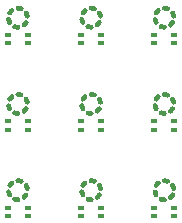
<source format=gtp>
G04 #@! TF.GenerationSoftware,KiCad,Pcbnew,5.0.2-bee76a0~70~ubuntu18.04.1*
G04 #@! TF.CreationDate,2018-12-08T03:46:04+01:00*
G04 #@! TF.ProjectId,simic2matrix_panel_3x3,73696d69-6332-46d6-9174-7269785f7061,rev?*
G04 #@! TF.SameCoordinates,Original*
G04 #@! TF.FileFunction,Paste,Top*
G04 #@! TF.FilePolarity,Positive*
%FSLAX46Y46*%
G04 Gerber Fmt 4.6, Leading zero omitted, Abs format (unit mm)*
G04 Created by KiCad (PCBNEW 5.0.2-bee76a0~70~ubuntu18.04.1) date Sat 08 Dec 2018 03:46:04 CET*
%MOMM*%
%LPD*%
G01*
G04 APERTURE LIST*
%ADD10C,0.450000*%
%ADD11R,0.597600X0.297600*%
G04 APERTURE END LIST*
D10*
G04 #@! TO.C,U2*
X124224674Y-122576453D02*
G75*
G03X124500000Y-122625000I275326J756453D01*
G01*
X125017444Y-122436666D02*
G75*
G03X125197150Y-122222500I-517444J616666D01*
G01*
X125292770Y-121680213D02*
G75*
G03X125197150Y-121417500I-792770J-139787D01*
G01*
X124775326Y-121063547D02*
G75*
G03X124500000Y-121015000I-275326J-756453D01*
G01*
X123982556Y-121203334D02*
G75*
G03X123802850Y-121417500I517444J-616666D01*
G01*
X123707230Y-121959787D02*
G75*
G03X123802850Y-122222500I792770J139787D01*
G01*
X118024674Y-122576453D02*
G75*
G03X118300000Y-122625000I275326J756453D01*
G01*
X118817444Y-122436666D02*
G75*
G03X118997150Y-122222500I-517444J616666D01*
G01*
X119092770Y-121680213D02*
G75*
G03X118997150Y-121417500I-792770J-139787D01*
G01*
X118575326Y-121063547D02*
G75*
G03X118300000Y-121015000I-275326J-756453D01*
G01*
X117782556Y-121203334D02*
G75*
G03X117602850Y-121417500I517444J-616666D01*
G01*
X117507230Y-121959787D02*
G75*
G03X117602850Y-122222500I792770J139787D01*
G01*
X111307230Y-121959787D02*
G75*
G03X111402850Y-122222500I792770J139787D01*
G01*
X111582556Y-121203334D02*
G75*
G03X111402850Y-121417500I517444J-616666D01*
G01*
X112375326Y-121063547D02*
G75*
G03X112100000Y-121015000I-275326J-756453D01*
G01*
X112892770Y-121680213D02*
G75*
G03X112797150Y-121417500I-792770J-139787D01*
G01*
X112617444Y-122436666D02*
G75*
G03X112797150Y-122222500I-517444J616666D01*
G01*
X111824674Y-122576453D02*
G75*
G03X112100000Y-122625000I275326J756453D01*
G01*
X124224674Y-115276453D02*
G75*
G03X124500000Y-115325000I275326J756453D01*
G01*
X125017444Y-115136666D02*
G75*
G03X125197150Y-114922500I-517444J616666D01*
G01*
X125292770Y-114380213D02*
G75*
G03X125197150Y-114117500I-792770J-139787D01*
G01*
X124775326Y-113763547D02*
G75*
G03X124500000Y-113715000I-275326J-756453D01*
G01*
X123982556Y-113903334D02*
G75*
G03X123802850Y-114117500I517444J-616666D01*
G01*
X123707230Y-114659787D02*
G75*
G03X123802850Y-114922500I792770J139787D01*
G01*
X118024674Y-115276453D02*
G75*
G03X118300000Y-115325000I275326J756453D01*
G01*
X118817444Y-115136666D02*
G75*
G03X118997150Y-114922500I-517444J616666D01*
G01*
X119092770Y-114380213D02*
G75*
G03X118997150Y-114117500I-792770J-139787D01*
G01*
X118575326Y-113763547D02*
G75*
G03X118300000Y-113715000I-275326J-756453D01*
G01*
X117782556Y-113903334D02*
G75*
G03X117602850Y-114117500I517444J-616666D01*
G01*
X117507230Y-114659787D02*
G75*
G03X117602850Y-114922500I792770J139787D01*
G01*
X111824674Y-115276453D02*
G75*
G03X112100000Y-115325000I275326J756453D01*
G01*
X112617444Y-115136666D02*
G75*
G03X112797150Y-114922500I-517444J616666D01*
G01*
X112892770Y-114380213D02*
G75*
G03X112797150Y-114117500I-792770J-139787D01*
G01*
X112375326Y-113763547D02*
G75*
G03X112100000Y-113715000I-275326J-756453D01*
G01*
X111582556Y-113903334D02*
G75*
G03X111402850Y-114117500I517444J-616666D01*
G01*
X111307230Y-114659787D02*
G75*
G03X111402850Y-114922500I792770J139787D01*
G01*
X124224674Y-107976453D02*
G75*
G03X124500000Y-108025000I275326J756453D01*
G01*
X125017444Y-107836666D02*
G75*
G03X125197150Y-107622500I-517444J616666D01*
G01*
X125292770Y-107080213D02*
G75*
G03X125197150Y-106817500I-792770J-139787D01*
G01*
X124775326Y-106463547D02*
G75*
G03X124500000Y-106415000I-275326J-756453D01*
G01*
X123982556Y-106603334D02*
G75*
G03X123802850Y-106817500I517444J-616666D01*
G01*
X123707230Y-107359787D02*
G75*
G03X123802850Y-107622500I792770J139787D01*
G01*
X118024674Y-107976453D02*
G75*
G03X118300000Y-108025000I275326J756453D01*
G01*
X118817444Y-107836666D02*
G75*
G03X118997150Y-107622500I-517444J616666D01*
G01*
X119092770Y-107080213D02*
G75*
G03X118997150Y-106817500I-792770J-139787D01*
G01*
X118575326Y-106463547D02*
G75*
G03X118300000Y-106415000I-275326J-756453D01*
G01*
X117782556Y-106603334D02*
G75*
G03X117602850Y-106817500I517444J-616666D01*
G01*
X117507230Y-107359787D02*
G75*
G03X117602850Y-107622500I792770J139787D01*
G01*
X111824674Y-107976453D02*
G75*
G03X112100000Y-108025000I275326J756453D01*
G01*
X112617444Y-107836666D02*
G75*
G03X112797150Y-107622500I-517444J616666D01*
G01*
X112892770Y-107080213D02*
G75*
G03X112797150Y-106817500I-792770J-139787D01*
G01*
X112375326Y-106463547D02*
G75*
G03X112100000Y-106415000I-275326J-756453D01*
G01*
X111582556Y-106603334D02*
G75*
G03X111402850Y-106817500I517444J-616666D01*
G01*
X111307230Y-107359787D02*
G75*
G03X111402850Y-107622500I792770J139787D01*
G01*
G04 #@! TD*
D11*
G04 #@! TO.C,U2*
X123650000Y-124000000D03*
X125350000Y-124000000D03*
X125350000Y-123300000D03*
X123650000Y-123300000D03*
G04 #@! TD*
G04 #@! TO.C,U2*
X117450000Y-124000000D03*
X119150000Y-124000000D03*
X119150000Y-123300000D03*
X117450000Y-123300000D03*
G04 #@! TD*
G04 #@! TO.C,U2*
X111250000Y-123300000D03*
X112950000Y-123300000D03*
X112950000Y-124000000D03*
X111250000Y-124000000D03*
G04 #@! TD*
G04 #@! TO.C,U2*
X123650000Y-116700000D03*
X125350000Y-116700000D03*
X125350000Y-116000000D03*
X123650000Y-116000000D03*
G04 #@! TD*
G04 #@! TO.C,U2*
X117450000Y-116700000D03*
X119150000Y-116700000D03*
X119150000Y-116000000D03*
X117450000Y-116000000D03*
G04 #@! TD*
G04 #@! TO.C,U2*
X111250000Y-116700000D03*
X112950000Y-116700000D03*
X112950000Y-116000000D03*
X111250000Y-116000000D03*
G04 #@! TD*
G04 #@! TO.C,U2*
X123650000Y-109400000D03*
X125350000Y-109400000D03*
X125350000Y-108700000D03*
X123650000Y-108700000D03*
G04 #@! TD*
G04 #@! TO.C,U2*
X117450000Y-109400000D03*
X119150000Y-109400000D03*
X119150000Y-108700000D03*
X117450000Y-108700000D03*
G04 #@! TD*
G04 #@! TO.C,U2*
X111250000Y-109400000D03*
X112950000Y-109400000D03*
X112950000Y-108700000D03*
X111250000Y-108700000D03*
G04 #@! TD*
M02*

</source>
